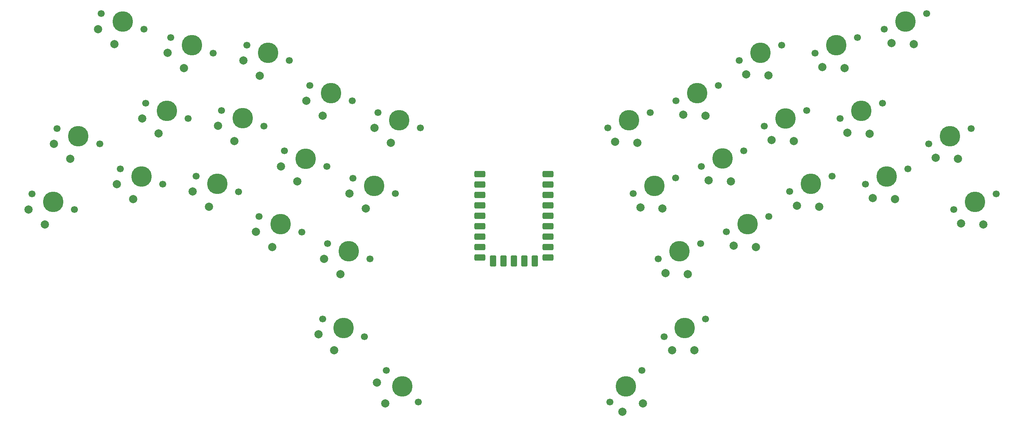
<source format=gts>
%TF.GenerationSoftware,KiCad,Pcbnew,(6.0.11)*%
%TF.CreationDate,2024-03-12T23:46:53+09:00*%
%TF.ProjectId,gku34,676b7533-342e-46b6-9963-61645f706362,rev?*%
%TF.SameCoordinates,Original*%
%TF.FileFunction,Soldermask,Top*%
%TF.FilePolarity,Negative*%
%FSLAX46Y46*%
G04 Gerber Fmt 4.6, Leading zero omitted, Abs format (unit mm)*
G04 Created by KiCad (PCBNEW (6.0.11)) date 2024-03-12 23:46:53*
%MOMM*%
%LPD*%
G01*
G04 APERTURE LIST*
G04 Aperture macros list*
%AMRoundRect*
0 Rectangle with rounded corners*
0 $1 Rounding radius*
0 $2 $3 $4 $5 $6 $7 $8 $9 X,Y pos of 4 corners*
0 Add a 4 corners polygon primitive as box body*
4,1,4,$2,$3,$4,$5,$6,$7,$8,$9,$2,$3,0*
0 Add four circle primitives for the rounded corners*
1,1,$1+$1,$2,$3*
1,1,$1+$1,$4,$5*
1,1,$1+$1,$6,$7*
1,1,$1+$1,$8,$9*
0 Add four rect primitives between the rounded corners*
20,1,$1+$1,$2,$3,$4,$5,0*
20,1,$1+$1,$4,$5,$6,$7,0*
20,1,$1+$1,$6,$7,$8,$9,0*
20,1,$1+$1,$8,$9,$2,$3,0*%
G04 Aperture macros list end*
%ADD10C,1.700000*%
%ADD11C,5.000000*%
%ADD12C,2.000000*%
%ADD13RoundRect,0.400000X-0.966000X-0.400000X0.966000X-0.400000X0.966000X0.400000X-0.966000X0.400000X0*%
%ADD14RoundRect,0.400050X-0.965950X-0.400050X0.965950X-0.400050X0.965950X0.400050X-0.965950X0.400050X0*%
%ADD15RoundRect,0.400000X-0.400000X-0.988000X0.400000X-0.988000X0.400000X0.988000X-0.400000X0.988000X0*%
%ADD16RoundRect,0.393700X-0.393700X-0.994300X0.393700X-0.994300X0.393700X0.994300X-0.393700X0.994300X0*%
G04 APERTURE END LIST*
D10*
%TO.C,SW8*%
X204645152Y-34846482D03*
D11*
X199476843Y-36727593D03*
D10*
X194308534Y-38608704D03*
D12*
X201494762Y-42271779D03*
X196078056Y-42008526D03*
%TD*%
D10*
%TO.C,SW23*%
X72428309Y-70571111D03*
X62091691Y-66808889D03*
D11*
X67260000Y-68690000D03*
D12*
X65242081Y-74234186D03*
X61261860Y-70550731D03*
%TD*%
D13*
%TO.C,RZ1*%
X147791000Y-66245000D03*
X147791000Y-68785000D03*
X147791000Y-71325000D03*
X147791000Y-73865000D03*
X147791000Y-76405000D03*
D14*
X147791000Y-78945000D03*
X147791000Y-81485000D03*
X147791000Y-84025000D03*
X147791000Y-86565000D03*
D15*
X144585000Y-87463000D03*
D16*
X142045000Y-87463000D03*
X139505000Y-87463000D03*
X136965000Y-87463000D03*
X134425000Y-87463000D03*
D14*
X131219000Y-86565000D03*
X131219000Y-84025000D03*
X131219000Y-81485000D03*
X131219000Y-78945000D03*
X131219000Y-76405000D03*
X131219000Y-73865000D03*
X131219000Y-71325000D03*
X131219000Y-68785000D03*
X131219000Y-66245000D03*
%TD*%
D10*
%TO.C,SW13*%
X68251691Y-50808889D03*
X78588309Y-54571111D03*
D11*
X73420000Y-52690000D03*
D12*
X71402081Y-58234186D03*
X67421860Y-54550731D03*
%TD*%
D10*
%TO.C,SW5*%
X116728309Y-55031111D03*
X106391691Y-51268889D03*
D11*
X111560000Y-53150000D03*
D12*
X109542081Y-58694186D03*
X105561860Y-55010731D03*
%TD*%
D10*
%TO.C,SW9*%
X223108309Y-33018889D03*
D11*
X217940000Y-34900000D03*
D10*
X212771691Y-36781111D03*
D12*
X219957919Y-40444186D03*
X214541213Y-40180933D03*
%TD*%
D10*
%TO.C,SW22*%
X43641691Y-64978889D03*
X53978309Y-68741111D03*
D11*
X48810000Y-66860000D03*
D12*
X46792081Y-72404186D03*
X42811860Y-68720731D03*
%TD*%
D10*
%TO.C,SW15*%
X110588309Y-71021111D03*
X100251691Y-67258889D03*
D11*
X105420000Y-69140000D03*
D12*
X103402081Y-74684186D03*
X99421860Y-71000731D03*
%TD*%
D11*
%TO.C,SWe*%
X234850000Y-29080000D03*
D10*
X240018309Y-27198889D03*
X229681691Y-30961111D03*
D12*
X236867919Y-34624186D03*
X231451213Y-34360933D03*
%TD*%
D10*
%TO.C,SW2*%
X55944848Y-33016482D03*
X66281466Y-36778704D03*
D11*
X61113157Y-34897593D03*
D12*
X59095238Y-40441779D03*
X55115017Y-36758324D03*
%TD*%
D10*
%TO.C,SW33*%
X170639087Y-114080913D03*
X162860913Y-121859087D03*
D11*
X166750000Y-117970000D03*
D12*
X170921930Y-122141930D03*
X165901472Y-124192540D03*
%TD*%
D11*
%TO.C,SW27*%
X196410000Y-78480000D03*
D10*
X191241691Y-80361111D03*
X201578309Y-76598889D03*
D12*
X198427919Y-84024186D03*
X193011213Y-83760933D03*
%TD*%
D11*
%TO.C,SW30*%
X251786843Y-73027593D03*
D10*
X256955152Y-71146482D03*
X246618534Y-74908704D03*
D12*
X253804762Y-78571779D03*
X248388056Y-78308526D03*
%TD*%
D10*
%TO.C,SW29*%
X235418309Y-64978889D03*
D11*
X230250000Y-66860000D03*
D10*
X225081691Y-68741111D03*
D12*
X232267919Y-72404186D03*
X226851213Y-72140933D03*
%TD*%
D11*
%TO.C,SW24*%
X82630000Y-78500000D03*
D10*
X77461691Y-76618889D03*
X87798309Y-80381111D03*
D12*
X80612081Y-84044186D03*
X76631860Y-80360731D03*
%TD*%
D10*
%TO.C,SW18*%
X210810000Y-50820000D03*
D11*
X205641691Y-52701111D03*
D10*
X200473382Y-54582222D03*
D12*
X207659610Y-58245297D03*
X202242904Y-57982044D03*
%TD*%
D11*
%TO.C,SW12*%
X54980000Y-50870000D03*
D10*
X60148309Y-52751111D03*
X49811691Y-48988889D03*
D12*
X52962081Y-56414186D03*
X48981860Y-52730731D03*
%TD*%
D10*
%TO.C,SW7*%
X189285152Y-44656482D03*
D11*
X184116843Y-46537593D03*
D10*
X178948534Y-48418704D03*
D12*
X186134762Y-52081779D03*
X180718056Y-51818526D03*
%TD*%
D11*
%TO.C,SW21*%
X27280000Y-73030000D03*
D10*
X22111691Y-71148889D03*
X32448309Y-74911111D03*
D12*
X25262081Y-78574186D03*
X21281860Y-74890731D03*
%TD*%
D11*
%TO.C,SW28*%
X211810000Y-68670000D03*
D10*
X206641691Y-70551111D03*
X216978309Y-66788889D03*
D12*
X213827919Y-74214186D03*
X208411213Y-73950933D03*
%TD*%
D11*
%TO.C,SW25*%
X99243157Y-85097593D03*
D10*
X94074848Y-83216482D03*
X104411466Y-86978704D03*
D12*
X97225238Y-90641779D03*
X93245017Y-86958324D03*
%TD*%
D10*
%TO.C,SW16*%
X178825152Y-67246482D03*
X168488534Y-71008704D03*
D11*
X173656843Y-69127593D03*
D12*
X175674762Y-74671779D03*
X170258056Y-74408526D03*
%TD*%
D10*
%TO.C,SW32*%
X108420913Y-114080913D03*
D11*
X112310000Y-117970000D03*
D10*
X116199087Y-121859087D03*
D12*
X108138070Y-122141930D03*
X106087460Y-117121472D03*
%TD*%
D10*
%TO.C,SW31*%
X92921963Y-101628156D03*
D11*
X97984740Y-103777177D03*
D10*
X103047517Y-105926198D03*
D12*
X95679426Y-109208156D03*
X91897437Y-105321440D03*
%TD*%
D10*
%TO.C,SW6*%
X172665152Y-51276482D03*
X162328534Y-55038704D03*
D11*
X167496843Y-53157593D03*
D12*
X169514762Y-58701779D03*
X164098056Y-58438526D03*
%TD*%
D11*
%TO.C,SW14*%
X88790000Y-62520000D03*
D10*
X83621691Y-60638889D03*
X93958309Y-64401111D03*
D12*
X86772081Y-68064186D03*
X82791860Y-64380731D03*
%TD*%
D10*
%TO.C,SW19*%
X218928534Y-52768704D03*
D11*
X224096843Y-50887593D03*
D10*
X229265152Y-49006482D03*
D12*
X226114762Y-56431779D03*
X220698056Y-56168526D03*
%TD*%
D10*
%TO.C,SW34*%
X176017223Y-105919021D03*
D11*
X181080000Y-103770000D03*
D10*
X186142777Y-101620979D03*
D12*
X183385314Y-109200979D03*
X177962254Y-109221574D03*
%TD*%
D11*
%TO.C,SW1*%
X44190000Y-29080000D03*
D10*
X39021691Y-27198889D03*
X49358309Y-30961111D03*
D12*
X42172081Y-34624186D03*
X38191860Y-30940731D03*
%TD*%
D11*
%TO.C,SW17*%
X190270000Y-62510000D03*
D10*
X195438309Y-60628889D03*
X185101691Y-64391111D03*
D12*
X192287919Y-68054186D03*
X186871213Y-67790933D03*
%TD*%
D11*
%TO.C,SW3*%
X79590000Y-36740000D03*
D10*
X74421691Y-34858889D03*
X84758309Y-38621111D03*
D12*
X77572081Y-42284186D03*
X73591860Y-38600731D03*
%TD*%
D10*
%TO.C,SW26*%
X184985152Y-83216482D03*
X174648534Y-86978704D03*
D11*
X179816843Y-85097593D03*
D12*
X181834762Y-90641779D03*
X176418056Y-90378526D03*
%TD*%
D11*
%TO.C,SW20*%
X245616843Y-57037593D03*
D10*
X240448534Y-58918704D03*
X250785152Y-55156482D03*
D12*
X247634762Y-62581779D03*
X242218056Y-62318526D03*
%TD*%
D10*
%TO.C,SW4*%
X100118309Y-48411111D03*
D11*
X94950000Y-46530000D03*
D10*
X89781691Y-44648889D03*
D12*
X92932081Y-52074186D03*
X88951860Y-48390731D03*
%TD*%
D10*
%TO.C,SW11*%
X28264848Y-55166482D03*
X38601466Y-58928704D03*
D11*
X33433157Y-57047593D03*
D12*
X31415238Y-62591779D03*
X27435017Y-58908324D03*
%TD*%
M02*

</source>
